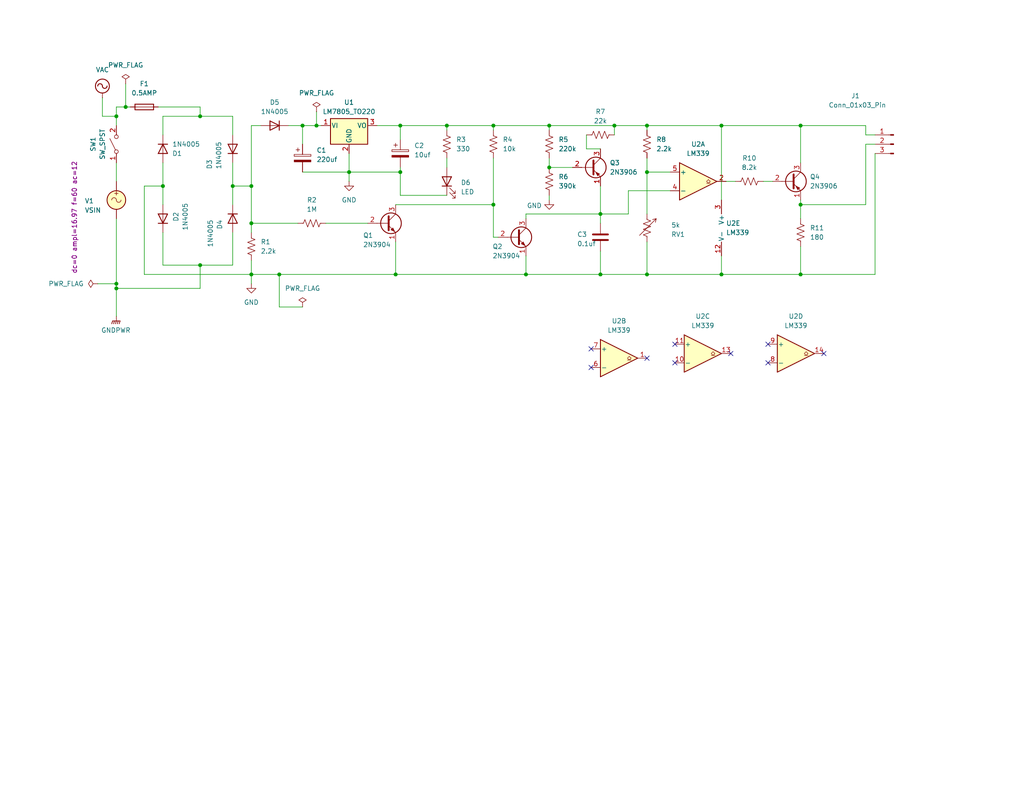
<source format=kicad_sch>
(kicad_sch (version 20250114) (generator "eeschema") (generator_version "9.0")
  (paper "USLetter")
  (title_block (title "CMPE2150 PWM Generator - mhe4") (date "2025-12-11") (rev "0") (company "NAIT CNT") (comment 1 "Mengning He"))
  (lib_symbols
    (symbol "Comparator:LM339" (pin_names (offset 0.127))
      (property "Reference" "U" (at 0 5.08 0))
      (property "Value" "LM339" (at 0 -5.08 0))
      (symbol "LM339_1_1"
        (polyline (pts (xy -5.08 5.08) (xy 5.08 0) (xy -5.08 -5.08) (xy -5.08 5.08)) (stroke (width 0.254)) (fill (type background)))
        (polyline (pts (xy 3.302 -0.508) (xy 2.794 -0.508) (xy 3.302 0) (xy 2.794 0.508) (xy 2.286 0) (xy 2.794 -0.508) (xy 2.286 -0.508)) (stroke (width 0.127)))
        (pin input line (at -7.62 2.54 0) (length 2.54) (name "+") (number "5"))
        (pin input line (at -7.62 -2.54 0) (length 2.54) (name "-") (number "4"))
        (pin open_collector line (at 7.62 0 180) (length 2.54) (name "~") (number "2"))
      )
      (symbol "LM339_2_1"
        (polyline (pts (xy -5.08 5.08) (xy 5.08 0) (xy -5.08 -5.08) (xy -5.08 5.08)) (stroke (width 0.254)) (fill (type background)))
        (polyline (pts (xy 3.302 -0.508) (xy 2.794 -0.508) (xy 3.302 0) (xy 2.794 0.508) (xy 2.286 0) (xy 2.794 -0.508) (xy 2.286 -0.508)) (stroke (width 0.127)))
        (pin input line (at -7.62 2.54 0) (length 2.54) (name "+") (number "7"))
        (pin input line (at -7.62 -2.54 0) (length 2.54) (name "-") (number "6"))
        (pin open_collector line (at 7.62 0 180) (length 2.54) (name "~") (number "1"))
      )
      (symbol "LM339_3_1"
        (polyline (pts (xy -5.08 5.08) (xy 5.08 0) (xy -5.08 -5.08) (xy -5.08 5.08)) (stroke (width 0.254)) (fill (type background)))
        (polyline (pts (xy 3.302 -0.508) (xy 2.794 -0.508) (xy 3.302 0) (xy 2.794 0.508) (xy 2.286 0) (xy 2.794 -0.508) (xy 2.286 -0.508)) (stroke (width 0.127)))
        (pin input line (at -7.62 2.54 0) (length 2.54) (name "+") (number "11"))
        (pin input line (at -7.62 -2.54 0) (length 2.54) (name "-") (number "10"))
        (pin open_collector line (at 7.62 0 180) (length 2.54) (name "~") (number "13"))
      )
      (symbol "LM339_4_1"
        (polyline (pts (xy -5.08 5.08) (xy 5.08 0) (xy -5.08 -5.08) (xy -5.08 5.08)) (stroke (width 0.254)) (fill (type background)))
        (polyline (pts (xy 3.302 -0.508) (xy 2.794 -0.508) (xy 3.302 0) (xy 2.794 0.508) (xy 2.286 0) (xy 2.794 -0.508) (xy 2.286 -0.508)) (stroke (width 0.127)))
        (pin input line (at -7.62 2.54 0) (length 2.54) (name "+") (number "9"))
        (pin input line (at -7.62 -2.54 0) (length 2.54) (name "-") (number "8"))
        (pin open_collector line (at 7.62 0 180) (length 2.54) (name "~") (number "14"))
      )
      (symbol "LM339_5_1"
        (pin power_in line (at -2.54 7.62 270) (length 3.81) (name "V+") (number "3"))
        (pin power_in line (at -2.54 -7.62 90) (length 3.81) (name "V-") (number "12"))
      )
    )
    (symbol "Connector:Conn_01x03_Pin" (pin_names (offset 1.016) (hide yes))
      (property "Reference" "J" (at 0 5.08 0))
      (property "Value" "Conn_01x03_Pin" (at 0 -5.08 0))
      (symbol "Conn_01x03_Pin_1_1"
        (rectangle (start 0.8636 2.667) (end 0 2.413) (stroke (width 0.1524)) (fill (type outline)))
        (rectangle (start 0.8636 0.127) (end 0 -0.127) (stroke (width 0.1524)) (fill (type outline)))
        (rectangle (start 0.8636 -2.413) (end 0 -2.667) (stroke (width 0.1524)) (fill (type outline)))
        (polyline (pts (xy 1.27 2.54) (xy 0.8636 2.54)) (stroke (width 0.1524)))
        (polyline (pts (xy 1.27 0) (xy 0.8636 0)) (stroke (width 0.1524)))
        (polyline (pts (xy 1.27 -2.54) (xy 0.8636 -2.54)) (stroke (width 0.1524)))
        (pin passive line (at 5.08 2.54 180) (length 3.81) (name "Pin_1") (number "1"))
        (pin passive line (at 5.08 0 180) (length 3.81) (name "Pin_2") (number "2"))
        (pin passive line (at 5.08 -2.54 180) (length 3.81) (name "Pin_3") (number "3"))
      )
    )
    (symbol "Device:C" (pin_numbers (hide yes)) (pin_names (offset 0.254))
      (property "Reference" "C" (at 0.635 2.54 0))
      (property "Value" "C" (at 0.635 -2.54 0))
      (symbol "C_0_1"
        (polyline (pts (xy -2.032 0.762) (xy 2.032 0.762)) (stroke (width 0.508)))
        (polyline (pts (xy -2.032 -0.762) (xy 2.032 -0.762)) (stroke (width 0.508)))
      )
      (symbol "C_1_1"
        (pin passive line (at 0 3.81 270) (length 2.794) (name "~") (number "1"))
        (pin passive line (at 0 -3.81 90) (length 2.794) (name "~") (number "2"))
      )
    )
    (symbol "Device:C_Polarized" (pin_numbers (hide yes)) (pin_names (offset 0.254))
      (property "Reference" "C" (at 0.635 2.54 0))
      (property "Value" "C_Polarized" (at 0.635 -2.54 0))
      (symbol "C_Polarized_0_1"
        (rectangle (start -2.286 0.508) (end 2.286 1.016))
        (polyline (pts (xy -1.778 2.286) (xy -0.762 2.286)))
        (polyline (pts (xy -1.27 2.794) (xy -1.27 1.778)))
        (rectangle (start 2.286 -0.508) (end -2.286 -1.016) (fill (type outline)))
      )
      (symbol "C_Polarized_1_1"
        (pin passive line (at 0 3.81 270) (length 2.794) (name "~") (number "1"))
        (pin passive line (at 0 -3.81 90) (length 2.794) (name "~") (number "2"))
      )
    )
    (symbol "Device:Fuse" (pin_numbers (hide yes)) (pin_names (offset 0))
      (property "Reference" "F" (at 2.032 0 90))
      (property "Value" "Fuse" (at -1.905 0 90))
      (symbol "Fuse_0_1"
        (rectangle (start -0.762 -2.54) (end 0.762 2.54) (stroke (width 0.254)))
        (polyline (pts (xy 0 2.54) (xy 0 -2.54)))
      )
      (symbol "Fuse_1_1"
        (pin passive line (at 0 3.81 270) (length 1.27) (name "~") (number "1"))
        (pin passive line (at 0 -3.81 90) (length 1.27) (name "~") (number "2"))
      )
    )
    (symbol "Device:LED" (pin_numbers (hide yes)) (pin_names (offset 1.016) (hide yes))
      (property "Reference" "D" (at 0 2.54 0))
      (property "Value" "LED" (at 0 -2.54 0))
      (symbol "LED_0_1"
        (polyline (pts (xy -3.048 -0.762) (xy -4.572 -2.286) (xy -3.81 -2.286) (xy -4.572 -2.286) (xy -4.572 -1.524)))
        (polyline (pts (xy -1.778 -0.762) (xy -3.302 -2.286) (xy -2.54 -2.286) (xy -3.302 -2.286) (xy -3.302 -1.524)))
        (polyline (pts (xy -1.27 0) (xy 1.27 0)))
        (polyline (pts (xy -1.27 -1.27) (xy -1.27 1.27)) (stroke (width 0.254)))
        (polyline (pts (xy 1.27 -1.27) (xy 1.27 1.27) (xy -1.27 0) (xy 1.27 -1.27)) (stroke (width 0.254)))
      )
      (symbol "LED_1_1"
        (pin passive line (at -3.81 0 0) (length 2.54) (name "K") (number "1"))
        (pin passive line (at 3.81 0 180) (length 2.54) (name "A") (number "2"))
      )
    )
    (symbol "Device:R_US" (pin_numbers (hide yes)) (pin_names (offset 0))
      (property "Reference" "R" (at 2.54 0 90))
      (property "Value" "R_US" (at -2.54 0 90))
      (symbol "R_US_0_1"
        (polyline (pts (xy 0 2.286) (xy 0 2.54)))
        (polyline (pts (xy 0 2.286) (xy 1.016 1.905) (xy 0 1.524) (xy -1.016 1.143) (xy 0 0.762)))
        (polyline (pts (xy 0 0.762) (xy 1.016 0.381) (xy 0 0) (xy -1.016 -0.381) (xy 0 -0.762)))
        (polyline (pts (xy 0 -0.762) (xy 1.016 -1.143) (xy 0 -1.524) (xy -1.016 -1.905) (xy 0 -2.286)))
        (polyline (pts (xy 0 -2.286) (xy 0 -2.54)))
      )
      (symbol "R_US_1_1"
        (pin passive line (at 0 3.81 270) (length 1.27) (name "~") (number "1"))
        (pin passive line (at 0 -3.81 90) (length 1.27) (name "~") (number "2"))
      )
    )
    (symbol "Device:R_Variable_US" (pin_numbers (hide yes)) (pin_names (offset 0))
      (property "Reference" "R" (at 2.54 -2.54 90))
      (property "Value" "R_Variable_US" (at -2.54 -1.27 90))
      (symbol "R_Variable_US_0_1"
        (polyline (pts (xy 0 2.286) (xy 0 2.54)))
        (polyline (pts (xy 0 2.286) (xy 1.016 1.905) (xy 0 1.524) (xy -1.016 1.143) (xy 0 0.762)) (stroke (width 0.1524)))
        (polyline (pts (xy 0 0.762) (xy 1.016 0.381) (xy 0 0) (xy -1.016 -0.381) (xy 0 -0.762)))
        (polyline (pts (xy 0 -0.762) (xy 1.016 -1.143) (xy 0 -1.524) (xy -1.016 -1.905) (xy 0 -2.286)))
        (polyline (pts (xy 0 -2.286) (xy 0 -2.54)))
        (polyline (pts (xy 2.286 1.524) (xy 2.54 2.54) (xy 1.524 2.286) (xy 2.54 2.54) (xy -2.032 -2.032)) (stroke (width 0.1524)))
      )
      (symbol "R_Variable_US_1_1"
        (pin passive line (at 0 3.81 270) (length 1.27) (name "~") (number "1"))
        (pin passive line (at 0 -3.81 90) (length 1.27) (name "~") (number "2"))
      )
    )
    (symbol "Diode:1N4005" (pin_numbers (hide yes)) (pin_names (hide yes))
      (property "Reference" "D" (at 0 2.54 0))
      (property "Value" "1N4005" (at 0 -2.54 0))
      (symbol "1N4005_0_1"
        (polyline (pts (xy -1.27 1.27) (xy -1.27 -1.27)) (stroke (width 0.254)))
        (polyline (pts (xy 1.27 1.27) (xy 1.27 -1.27) (xy -1.27 0) (xy 1.27 1.27)) (stroke (width 0.254)))
        (polyline (pts (xy 1.27 0) (xy -1.27 0)))
      )
      (symbol "1N4005_1_1"
        (pin passive line (at -3.81 0 0) (length 2.54) (name "K") (number "1"))
        (pin passive line (at 3.81 0 180) (length 2.54) (name "A") (number "2"))
      )
    )
    (symbol "Regulator_Linear:LM7805_TO220" (pin_names (offset 0.254))
      (property "Reference" "U" (at -3.81 3.175 0))
      (property "Value" "LM7805_TO220" (at 0 3.175 0))
      (symbol "LM7805_TO220_0_1"
        (rectangle (start -5.08 1.905) (end 5.08 -5.08) (stroke (width 0.254)) (fill (type background)))
      )
      (symbol "LM7805_TO220_1_1"
        (pin power_in line (at -7.62 0 0) (length 2.54) (name "VI") (number "1"))
        (pin power_in line (at 0 -7.62 90) (length 2.54) (name "GND") (number "2"))
        (pin power_out line (at 7.62 0 180) (length 2.54) (name "VO") (number "3"))
      )
    )
    (symbol "Simulation_SPICE:VSIN" (pin_numbers (hide yes)) (pin_names (offset 0.0254))
      (property "Reference" "V" (at 2.54 2.54 0))
      (property "Value" "VSIN" (at 2.54 0 0))
      (property "Sim.Params" "dc=0 ampl=1 f=1k ac=1" (at 2.54 -2.54 0))
      (symbol "VSIN_0_0"
        (arc (start -1.27 0) (mid -0.635 0.6323) (end 0 0))
        (arc (start 1.27 0) (mid 0.635 -0.6323) (end 0 0))
        (text "+" (at 0 1.905 0) (effects (font (size 1.27 1.27))))
      )
      (symbol "VSIN_0_1"
        (circle (center 0 0) (radius 2.54) (stroke (width 0.254)) (fill (type background)))
      )
      (symbol "VSIN_1_1"
        (pin passive line (at 0 5.08 270) (length 2.54) (name "~") (number "1"))
        (pin passive line (at 0 -5.08 90) (length 2.54) (name "~") (number "2"))
      )
    )
    (symbol "Switch:SW_SPST" (pin_names (offset 0) (hide yes))
      (property "Reference" "SW" (at 0 3.175 0))
      (property "Value" "SW_SPST" (at 0 -2.54 0))
      (symbol "SW_SPST_0_0"
        (circle (center -2.032 0) (radius 0.508))
        (polyline (pts (xy -1.524 0.254) (xy 1.524 1.778)))
        (circle (center 2.032 0) (radius 0.508))
      )
      (symbol "SW_SPST_1_1"
        (pin passive line (at -5.08 0 0) (length 2.54) (name "A") (number "1"))
        (pin passive line (at 5.08 0 180) (length 2.54) (name "B") (number "2"))
      )
    )
    (symbol "Transistor_BJT:2N3904" (pin_names (offset 0) (hide yes))
      (property "Reference" "Q" (at 5.08 1.905 0))
      (property "Value" "2N3904" (at 5.08 0 0))
      (symbol "2N3904_0_1"
        (polyline (pts (xy -2.54 0) (xy 0.635 0)))
        (polyline (pts (xy 0.635 1.905) (xy 0.635 -1.905)) (stroke (width 0.508)))
        (circle (center 1.27 0) (radius 2.8194) (stroke (width 0.254)))
      )
      (symbol "2N3904_1_1"
        (polyline (pts (xy 0.635 0.635) (xy 2.54 2.54)))
        (polyline (pts (xy 0.635 -0.635) (xy 2.54 -2.54)))
        (polyline (pts (xy 1.27 -1.778) (xy 1.778 -1.27) (xy 2.286 -2.286) (xy 1.27 -1.778)) (fill (type outline)))
        (pin input line (at -5.08 0 0) (length 2.54) (name "B") (number "2"))
        (pin passive line (at 2.54 5.08 270) (length 2.54) (name "C") (number "3"))
        (pin passive line (at 2.54 -5.08 90) (length 2.54) (name "E") (number "1"))
      )
    )
    (symbol "Transistor_BJT:2N3906" (pin_names (offset 0) (hide yes))
      (property "Reference" "Q" (at 5.08 1.905 0))
      (property "Value" "2N3906" (at 5.08 0 0))
      (symbol "2N3906_0_1"
        (polyline (pts (xy -2.54 0) (xy 0.635 0)))
        (polyline (pts (xy 0.635 1.905) (xy 0.635 -1.905)) (stroke (width 0.508)))
        (polyline (pts (xy 0.635 0.635) (xy 2.54 2.54)))
        (polyline (pts (xy 0.635 -0.635) (xy 2.54 -2.54)))
        (circle (center 1.27 0) (radius 2.8194) (stroke (width 0.254)))
        (polyline (pts (xy 2.286 -1.778) (xy 1.778 -2.286) (xy 1.27 -1.27) (xy 2.286 -1.778)) (fill (type outline)))
      )
      (symbol "2N3906_1_1"
        (pin input line (at -5.08 0 0) (length 2.54) (name "B") (number "2"))
        (pin passive line (at 2.54 5.08 270) (length 2.54) (name "C") (number "3"))
        (pin passive line (at 2.54 -5.08 90) (length 2.54) (name "E") (number "1"))
      )
    )
    (symbol "power:GND" (power) (pin_numbers (hide yes)) (pin_names (offset 0) (hide yes))
      (property "Value" "GND" (at 0 -3.81 0))
      (symbol "GND_0_1"
        (polyline (pts (xy 0 0) (xy 0 -1.27) (xy 1.27 -1.27) (xy 0 -2.54) (xy -1.27 -1.27) (xy 0 -1.27)))
      )
      (symbol "GND_1_1"
        (pin power_in line (at 0 0 270) (length 0) (name "~") (number "1"))
      )
    )
    (symbol "power:GNDPWR" (power) (pin_numbers (hide yes)) (pin_names (offset 0) (hide yes))
      (property "Value" "GNDPWR" (at 0 -3.302 0))
      (symbol "GNDPWR_0_1"
        (polyline (pts (xy -1.016 -1.27) (xy -1.27 -2.032) (xy -1.27 -2.032)) (stroke (width 0.2032)))
        (polyline (pts (xy -0.508 -1.27) (xy -0.762 -2.032) (xy -0.762 -2.032)) (stroke (width 0.2032)))
        (polyline (pts (xy 0 -1.27) (xy 0 0)))
        (polyline (pts (xy 0 -1.27) (xy -0.254 -2.032) (xy -0.254 -2.032)) (stroke (width 0.2032)))
        (polyline (pts (xy 0.508 -1.27) (xy 0.254 -2.032) (xy 0.254 -2.032)) (stroke (width 0.2032)))
        (polyline (pts (xy 1.016 -1.27) (xy -1.016 -1.27) (xy -1.016 -1.27)) (stroke (width 0.2032)))
        (polyline (pts (xy 1.016 -1.27) (xy 0.762 -2.032) (xy 0.762 -2.032) (xy 0.762 -2.032)) (stroke (width 0.2032)))
      )
      (symbol "GNDPWR_1_1"
        (pin power_in line (at 0 0 270) (length 0) (name "~") (number "1"))
      )
    )
    (symbol "power:PWR_FLAG" (power) (pin_numbers (hide yes)) (pin_names (offset 0) (hide yes))
      (property "Value" "PWR_FLAG" (at 0 3.81 0))
      (symbol "PWR_FLAG_0_0"
        (pin power_out line (at 0 0 90) (length 0) (name "~") (number "1"))
      )
      (symbol "PWR_FLAG_0_1"
        (polyline (pts (xy 0 0) (xy 0 1.27) (xy -1.016 1.905) (xy 0 2.54) (xy 1.016 1.905) (xy 0 1.27)))
      )
    )
    (symbol "power:VAC" (power) (pin_numbers (hide yes)) (pin_names (offset 0) (hide yes))
      (property "Value" "VAC" (at 0 6.35 0))
      (symbol "VAC_0_1"
        (arc (start -1.27 3.175) (mid -0.635 3.8073) (end 0 3.175) (stroke (width 0.254)))
        (circle (center 0 3.175) (radius 1.905) (stroke (width 0.254)))
        (polyline (pts (xy 0 0) (xy 0 1.27)))
        (arc (start 1.27 3.175) (mid 0.635 2.5427) (end 0 3.175) (stroke (width 0.254)))
      )
      (symbol "VAC_1_1"
        (pin power_in line (at 0 0 90) (length 0) (name "~") (number "1"))
      )
    )
  )
  (junction (at 86.36 34.29))
  (junction (at 54.61 72.39))
  (junction (at 68.58 60.96))
  (junction (at 31.75 78.74))
  (junction (at 176.53 46.99))
  (junction (at 134.62 34.29))
  (junction (at 76.2 74.93))
  (junction (at 196.85 74.93))
  (junction (at 109.22 34.29))
  (junction (at 196.85 34.29))
  (junction (at 31.75 31.75))
  (junction (at 107.95 74.93))
  (junction (at 95.25 46.99))
  (junction (at 163.83 58.42))
  (junction (at 34.29 29.21))
  (junction (at 109.22 46.99))
  (junction (at 176.53 34.29))
  (junction (at 176.53 74.93))
  (junction (at 134.62 55.88))
  (junction (at 218.44 74.93))
  (junction (at 63.5 50.8))
  (junction (at 149.86 34.29))
  (junction (at 82.55 34.29))
  (junction (at 44.45 50.8))
  (junction (at 149.86 45.72))
  (junction (at 167.64 34.29))
  (junction (at 68.58 50.8))
  (junction (at 31.75 77.47))
  (junction (at 68.58 74.93))
  (junction (at 218.44 55.88))
  (junction (at 54.61 31.75))
  (junction (at 143.51 74.93))
  (junction (at 163.83 74.93))
  (junction (at 121.92 34.29))
  (junction (at 218.44 34.29))
  (no_connect (at 184.15 99.06))
  (no_connect (at 161.29 95.25))
  (no_connect (at 184.15 93.98))
  (no_connect (at 209.55 99.06))
  (no_connect (at 176.53 97.79))
  (no_connect (at 199.39 96.52))
  (no_connect (at 161.29 100.33))
  (no_connect (at 224.79 96.52))
  (no_connect (at 209.55 93.98))
  (wire (pts (xy 167.64 34.29) (xy 176.53 34.29)))
  (wire (pts (xy 196.85 34.29) (xy 218.44 34.29)))
  (wire (pts (xy 109.22 46.99) (xy 109.22 45.72)))
  (wire (pts (xy 236.22 36.83) (xy 236.22 34.29)))
  (wire (pts (xy 238.76 36.83) (xy 236.22 36.83)))
  (wire (pts (xy 143.51 58.42) (xy 163.83 58.42)))
  (wire (pts (xy 44.45 31.75) (xy 54.61 31.75)))
  (wire (pts (xy 196.85 74.93) (xy 218.44 74.93)))
  (wire (pts (xy 135.89 64.77) (xy 134.62 64.77)))
  (wire (pts (xy 78.74 34.29) (xy 82.55 34.29)))
  (wire (pts (xy 27.94 26.67) (xy 27.94 31.75)))
  (wire (pts (xy 149.86 35.56) (xy 149.86 34.29)))
  (wire (pts (xy 86.36 34.29) (xy 87.63 34.29)))
  (wire (pts (xy 54.61 72.39) (xy 63.5 72.39)))
  (wire (pts (xy 163.83 40.64) (xy 160.02 40.64)))
  (wire (pts (xy 31.75 29.21) (xy 34.29 29.21)))
  (wire (pts (xy 88.9 60.96) (xy 100.33 60.96)))
  (wire (pts (xy 68.58 71.12) (xy 68.58 74.93)))
  (wire (pts (xy 163.83 58.42) (xy 163.83 60.96)))
  (wire (pts (xy 68.58 74.93) (xy 68.58 77.47)))
  (wire (pts (xy 176.53 66.04) (xy 176.53 74.93)))
  (wire (pts (xy 82.55 83.82) (xy 76.2 83.82)))
  (wire (pts (xy 171.45 52.07) (xy 171.45 58.42)))
  (wire (pts (xy 134.62 34.29) (xy 121.92 34.29)))
  (wire (pts (xy 167.64 34.29) (xy 167.64 36.83)))
  (wire (pts (xy 218.44 54.61) (xy 218.44 55.88)))
  (wire (pts (xy 163.83 74.93) (xy 143.51 74.93)))
  (wire (pts (xy 81.28 60.96) (xy 68.58 60.96)))
  (wire (pts (xy 156.21 45.72) (xy 149.86 45.72)))
  (wire (pts (xy 134.62 64.77) (xy 134.62 55.88)))
  (wire (pts (xy 134.62 35.56) (xy 134.62 34.29)))
  (wire (pts (xy 44.45 44.45) (xy 44.45 50.8)))
  (wire (pts (xy 196.85 69.85) (xy 196.85 74.93)))
  (wire (pts (xy 31.75 34.29) (xy 31.75 31.75)))
  (wire (pts (xy 107.95 74.93) (xy 143.51 74.93)))
  (wire (pts (xy 95.25 41.91) (xy 95.25 46.99)))
  (wire (pts (xy 196.85 34.29) (xy 196.85 54.61)))
  (wire (pts (xy 68.58 34.29) (xy 68.58 50.8)))
  (wire (pts (xy 143.51 59.69) (xy 143.51 58.42)))
  (wire (pts (xy 39.37 74.93) (xy 68.58 74.93)))
  (wire (pts (xy 54.61 31.75) (xy 63.5 31.75)))
  (wire (pts (xy 39.37 50.8) (xy 39.37 74.93)))
  (wire (pts (xy 31.75 78.74) (xy 54.61 78.74)))
  (wire (pts (xy 182.88 52.07) (xy 171.45 52.07)))
  (wire (pts (xy 54.61 29.21) (xy 54.61 31.75)))
  (wire (pts (xy 143.51 69.85) (xy 143.51 74.93)))
  (wire (pts (xy 44.45 50.8) (xy 44.45 55.88)))
  (wire (pts (xy 218.44 55.88) (xy 218.44 59.69)))
  (wire (pts (xy 109.22 53.34) (xy 109.22 46.99)))
  (wire (pts (xy 149.86 43.18) (xy 149.86 45.72)))
  (wire (pts (xy 107.95 66.04) (xy 107.95 74.93)))
  (wire (pts (xy 86.36 30.48) (xy 86.36 34.29)))
  (wire (pts (xy 218.44 34.29) (xy 218.44 44.45)))
  (wire (pts (xy 218.44 67.31) (xy 218.44 74.93)))
  (wire (pts (xy 236.22 39.37) (xy 236.22 55.88)))
  (wire (pts (xy 121.92 43.18) (xy 121.92 45.72)))
  (wire (pts (xy 176.53 46.99) (xy 182.88 46.99)))
  (wire (pts (xy 44.45 36.83) (xy 44.45 31.75)))
  (wire (pts (xy 31.75 59.69) (xy 31.75 77.47)))
  (wire (pts (xy 163.83 68.58) (xy 163.83 74.93)))
  (wire (pts (xy 134.62 43.18) (xy 134.62 55.88)))
  (wire (pts (xy 109.22 34.29) (xy 121.92 34.29)))
  (wire (pts (xy 76.2 74.93) (xy 68.58 74.93)))
  (wire (pts (xy 160.02 40.64) (xy 160.02 36.83)))
  (wire (pts (xy 63.5 50.8) (xy 68.58 50.8)))
  (wire (pts (xy 163.83 50.8) (xy 163.83 58.42)))
  (wire (pts (xy 31.75 31.75) (xy 31.75 29.21)))
  (wire (pts (xy 176.53 74.93) (xy 196.85 74.93)))
  (wire (pts (xy 109.22 34.29) (xy 102.87 34.29)))
  (wire (pts (xy 34.29 29.21) (xy 35.56 29.21)))
  (wire (pts (xy 238.76 74.93) (xy 218.44 74.93)))
  (wire (pts (xy 44.45 50.8) (xy 39.37 50.8)))
  (wire (pts (xy 95.25 46.99) (xy 95.25 49.53)))
  (wire (pts (xy 44.45 72.39) (xy 54.61 72.39)))
  (wire (pts (xy 63.5 50.8) (xy 63.5 55.88)))
  (wire (pts (xy 68.58 50.8) (xy 68.58 60.96)))
  (wire (pts (xy 218.44 34.29) (xy 236.22 34.29)))
  (wire (pts (xy 236.22 55.88) (xy 218.44 55.88)))
  (wire (pts (xy 63.5 44.45) (xy 63.5 50.8)))
  (wire (pts (xy 134.62 55.88) (xy 107.95 55.88)))
  (wire (pts (xy 82.55 46.99) (xy 95.25 46.99)))
  (wire (pts (xy 76.2 83.82) (xy 76.2 74.93)))
  (wire (pts (xy 121.92 34.29) (xy 121.92 35.56)))
  (wire (pts (xy 26.67 77.47) (xy 31.75 77.47)))
  (wire (pts (xy 176.53 35.56) (xy 176.53 34.29)))
  (wire (pts (xy 44.45 63.5) (xy 44.45 72.39)))
  (wire (pts (xy 31.75 78.74) (xy 31.75 86.36)))
  (wire (pts (xy 171.45 58.42) (xy 163.83 58.42)))
  (wire (pts (xy 198.12 49.53) (xy 200.66 49.53)))
  (wire (pts (xy 176.53 43.18) (xy 176.53 46.99)))
  (wire (pts (xy 208.28 49.53) (xy 210.82 49.53)))
  (wire (pts (xy 238.76 39.37) (xy 236.22 39.37)))
  (wire (pts (xy 43.18 29.21) (xy 54.61 29.21)))
  (wire (pts (xy 238.76 41.91) (xy 238.76 74.93)))
  (wire (pts (xy 107.95 74.93) (xy 76.2 74.93)))
  (wire (pts (xy 27.94 31.75) (xy 31.75 31.75)))
  (wire (pts (xy 82.55 34.29) (xy 86.36 34.29)))
  (wire (pts (xy 134.62 34.29) (xy 149.86 34.29)))
  (wire (pts (xy 63.5 31.75) (xy 63.5 36.83)))
  (wire (pts (xy 176.53 46.99) (xy 176.53 58.42)))
  (wire (pts (xy 82.55 34.29) (xy 82.55 39.37)))
  (wire (pts (xy 63.5 72.39) (xy 63.5 63.5)))
  (wire (pts (xy 149.86 34.29) (xy 167.64 34.29)))
  (wire (pts (xy 109.22 38.1) (xy 109.22 34.29)))
  (wire (pts (xy 121.92 53.34) (xy 109.22 53.34)))
  (wire (pts (xy 176.53 34.29) (xy 196.85 34.29)))
  (wire (pts (xy 54.61 78.74) (xy 54.61 72.39)))
  (wire (pts (xy 163.83 74.93) (xy 176.53 74.93)))
  (wire (pts (xy 149.86 53.34) (xy 149.86 54.61)))
  (wire (pts (xy 31.75 44.45) (xy 31.75 49.53)))
  (wire (pts (xy 68.58 60.96) (xy 68.58 63.5)))
  (wire (pts (xy 71.12 34.29) (xy 68.58 34.29)))
  (wire (pts (xy 95.25 46.99) (xy 109.22 46.99)))
  (wire (pts (xy 34.29 22.86) (xy 34.29 29.21)))
  (wire (pts (xy 31.75 77.47) (xy 31.75 78.74)))
  (symbol (lib_id "Device:R_US") (at 218.44 63.5 0) (unit 1)
    (property "Reference" "R11" (at 220.98 62.2299 0) (effects (justify left)))
    (property "Value" "180" (at 220.98 64.7699 0) (effects (justify left)))
    (property "Description" "Resistor" (effects (hide yes)))
  )
  (symbol (lib_id "power:PWR_FLAG") (at 26.67 77.47 90) (unit 1)
    (property "Reference" "#FLG02" (effects (hide yes)))
    (property "Value" "PWR_FLAG" (at 22.86 77.4699 90) (effects (justify left)))
    (property "Description" "Special symbol for telling ERC where power comes from" (effects (hide yes)))
  )
  (symbol (lib_id "power:VAC") (at 27.94 26.67 0) (unit 1)
    (property "Reference" "#PWR05" (effects (hide yes)))
    (property "Value" "VAC" (at 27.94 19.05 0))
    (property "Description" "Power symbol creates a global label with name \"VAC\"" (effects (hide yes)))
  )
  (symbol (lib_id "Connector:Conn_01x03_Pin") (at 243.84 39.37 0) (mirror y) (unit 1)
    (property "Reference" "J1" (at 233.426 26.162 0))
    (property "Value" "Conn_01x03_Pin" (at 233.934 28.702 0))
    (property "Description" "Generic connector, single row, 01x03, script generated" (effects (hide yes)))
  )
  (symbol (lib_id "Transistor_BJT:2N3904") (at 105.41 60.96 0) (unit 1)
    (property "Reference" "Q1" (at 99.06 64.262 0) (effects (justify left)))
    (property "Value" "2N3904" (at 99.06 66.802 0) (effects (justify left)))
    (property "Footprint" "Package_TO_SOT_THT:TO-92_Inline" (effects (hide yes)))
    (property "Datasheet" "https://www.onsemi.com/pub/Collateral/2N3903-D.PDF" (effects (hide yes)))
    (property "Description" "0.2A Ic, 40V Vce, Small Signal NPN Transistor, TO-92" (effects (hide yes)))
  )
  (symbol (lib_id "Device:R_US") (at 134.62 39.37 0) (unit 1)
    (property "Reference" "R4" (at 137.16 38.0999 0) (effects (justify left)))
    (property "Value" "10k" (at 137.16 40.6399 0) (effects (justify left)))
    (property "Description" "Resistor" (effects (hide yes)))
  )
  (symbol (lib_id "power:PWR_FLAG") (at 82.55 83.82 0) (unit 1)
    (property "Reference" "#FLG04" (effects (hide yes)))
    (property "Value" "PWR_FLAG" (at 82.55 78.74 0))
    (property "Description" "Special symbol for telling ERC where power comes from" (effects (hide yes)))
  )
  (symbol (lib_id "Diode:1N4005") (at 63.5 40.64 90) (unit 1)
    (property "Reference" "D3" (at 57.15 46.228 0) (effects (justify left)))
    (property "Value" "1N4005" (at 59.69 46.228 0) (effects (justify left)))
    (property "Footprint" "Diode_THT:D_DO-41_SOD81_P10.16mm_Horizontal" (effects (hide yes)))
    (property "Datasheet" "http://www.vishay.com/docs/88503/1n4001.pdf" (effects (hide yes)))
    (property "Description" "600V 1A General Purpose Rectifier Diode, DO-41" (effects (hide yes)))
    (property "Sim.Device" "D" (effects (hide yes)))
    (property "Sim.Pins" "1=K 2=A" (effects (hide yes)))
  )
  (symbol (lib_id "Device:R_US") (at 149.86 49.53 0) (unit 1)
    (property "Reference" "R6" (at 152.4 48.2599 0) (effects (justify left)))
    (property "Value" "390k" (at 152.4 50.7999 0) (effects (justify left)))
    (property "Description" "Resistor" (effects (hide yes)))
  )
  (symbol (lib_id "Device:C_Polarized") (at 109.22 41.91 0) (unit 1)
    (property "Reference" "C2" (at 113.03 39.7509 0) (effects (justify left)))
    (property "Value" "10uf" (at 113.03 42.2909 0) (effects (justify left)))
    (property "Description" "Polarized capacitor" (effects (hide yes)))
  )
  (symbol (lib_id "Diode:1N4005") (at 63.5 59.69 90) (mirror x) (unit 1)
    (property "Reference" "D4" (at 59.944 59.944 0) (effects (justify left)))
    (property "Value" "1N4005" (at 57.404 59.944 0) (effects (justify left)))
    (property "Footprint" "Diode_THT:D_DO-41_SOD81_P10.16mm_Horizontal" (effects (hide yes)))
    (property "Datasheet" "http://www.vishay.com/docs/88503/1n4001.pdf" (effects (hide yes)))
    (property "Description" "600V 1A General Purpose Rectifier Diode, DO-41" (effects (hide yes)))
    (property "Sim.Device" "D" (effects (hide yes)))
    (property "Sim.Pins" "1=K 2=A" (effects (hide yes)))
  )
  (symbol (lib_id "Device:R_US") (at 204.47 49.53 90) (unit 1)
    (property "Reference" "R10" (at 204.47 43.18 90))
    (property "Value" "8.2k" (at 204.47 45.72 90))
    (property "Description" "Resistor" (effects (hide yes)))
  )
  (symbol (lib_id "Device:R_US") (at 121.92 39.37 0) (unit 1)
    (property "Reference" "R3" (at 124.46 38.0999 0) (effects (justify left)))
    (property "Value" "330" (at 124.46 40.6399 0) (effects (justify left)))
    (property "Description" "Resistor" (effects (hide yes)))
  )
  (symbol (lib_id "power:GND") (at 149.86 54.61 0) (unit 1)
    (property "Reference" "#PWR04" (effects (hide yes)))
    (property "Value" "GND" (at 145.796 56.134 0))
    (property "Description" "Power symbol creates a global label with name \"GND\" , ground" (effects (hide yes)))
  )
  (symbol (lib_id "Transistor_BJT:2N3906") (at 215.9 49.53 0) (unit 1)
    (property "Reference" "Q4" (at 220.98 48.2599 0) (effects (justify left)))
    (property "Value" "2N3906" (at 220.98 50.7999 0) (effects (justify left)))
    (property "Footprint" "Package_TO_SOT_THT:TO-92_Inline" (effects (hide yes)))
    (property "Datasheet" "https://www.onsemi.com/pub/Collateral/2N3906-D.PDF" (effects (hide yes)))
    (property "Description" "-0.2A Ic, -40V Vce, Small Signal PNP Transistor, TO-92" (effects (hide yes)))
  )
  (symbol (lib_id "Device:R_US") (at 149.86 39.37 0) (unit 1)
    (property "Reference" "R5" (at 152.4 38.0999 0) (effects (justify left)))
    (property "Value" "220k" (at 152.4 40.6399 0) (effects (justify left)))
    (property "Description" "Resistor" (effects (hide yes)))
  )
  (symbol (lib_id "Switch:SW_SPST") (at 31.75 39.37 90) (unit 1)
    (property "Reference" "SW1" (at 25.4 39.37 0))
    (property "Value" "SW_SPST" (at 27.94 39.37 0))
    (property "Description" "Single Pole Single Throw (SPST) switch" (effects (hide yes)))
  )
  (symbol (lib_id "Comparator:LM339") (at 199.39 62.23 0) (unit 5)
    (property "Reference" "U2" (at 198.12 60.9599 0) (effects (justify left)))
    (property "Value" "LM339" (at 198.12 63.4999 0) (effects (justify left)))
    (property "Datasheet" "https://www.st.com/resource/en/datasheet/lm139.pdf" (effects (hide yes)))
    (property "Description" "Quad Differential Comparators, SOIC-14/TSSOP-14" (effects (hide yes)))
  )
  (symbol (lib_id "Comparator:LM339") (at 190.5 49.53 0) (unit 1)
    (property "Reference" "U2" (at 190.5 39.37 0))
    (property "Value" "LM339" (at 190.5 41.91 0))
    (property "Datasheet" "https://www.st.com/resource/en/datasheet/lm139.pdf" (effects (hide yes)))
    (property "Description" "Quad Differential Comparators, SOIC-14/TSSOP-14" (effects (hide yes)))
  )
  (symbol (lib_id "Comparator:LM339") (at 191.77 96.52 0) (unit 3)
    (property "Reference" "U2" (at 191.77 86.36 0))
    (property "Value" "LM339" (at 191.77 88.9 0))
    (property "Datasheet" "https://www.st.com/resource/en/datasheet/lm139.pdf" (effects (hide yes)))
    (property "Description" "Quad Differential Comparators, SOIC-14/TSSOP-14" (effects (hide yes)))
  )
  (symbol (lib_id "Comparator:LM339") (at 217.17 96.52 0) (unit 4)
    (property "Reference" "U2" (at 217.17 86.36 0))
    (property "Value" "LM339" (at 217.17 88.9 0))
    (property "Datasheet" "https://www.st.com/resource/en/datasheet/lm139.pdf" (effects (hide yes)))
    (property "Description" "Quad Differential Comparators, SOIC-14/TSSOP-14" (effects (hide yes)))
  )
  (symbol (lib_id "Comparator:LM339") (at 168.91 97.79 0) (unit 2)
    (property "Reference" "U2" (at 168.91 87.63 0))
    (property "Value" "LM339" (at 168.91 90.17 0))
    (property "Datasheet" "https://www.st.com/resource/en/datasheet/lm139.pdf" (effects (hide yes)))
    (property "Description" "Quad Differential Comparators, SOIC-14/TSSOP-14" (effects (hide yes)))
  )
  (symbol (lib_id "power:GND") (at 68.58 77.47 0) (unit 1)
    (property "Reference" "#PWR03" (effects (hide yes)))
    (property "Value" "GND" (at 68.58 82.55 0))
    (property "Description" "Power symbol creates a global label with name \"GND\" , ground" (effects (hide yes)))
  )
  (symbol (lib_id "Device:R_US") (at 85.09 60.96 90) (unit 1)
    (property "Reference" "R2" (at 85.09 54.61 90))
    (property "Value" "1M" (at 85.09 57.15 90))
    (property "Description" "Resistor" (effects (hide yes)))
  )
  (symbol (lib_id "power:PWR_FLAG") (at 86.36 30.48 0) (unit 1)
    (property "Reference" "#FLG05" (effects (hide yes)))
    (property "Value" "PWR_FLAG" (at 86.36 25.4 0))
    (property "Description" "Special symbol for telling ERC where power comes from" (effects (hide yes)))
  )
  (symbol (lib_id "power:GND") (at 95.25 49.53 0) (unit 1)
    (property "Reference" "#PWR02" (effects (hide yes)))
    (property "Value" "GND" (at 95.25 54.61 0))
    (property "Description" "Power symbol creates a global label with name \"GND\" , ground" (effects (hide yes)))
  )
  (symbol (lib_id "Device:LED") (at 121.92 49.53 90) (unit 1)
    (property "Reference" "D6" (at 125.73 49.8474 90) (effects (justify right)))
    (property "Value" "LED" (at 125.73 52.3874 90) (effects (justify right)))
    (property "Description" "Light emitting diode" (effects (hide yes)))
    (property "Sim.Pins" "1=K 2=A" (effects (hide yes)))
  )
  (symbol (lib_id "Device:R_Variable_US") (at 176.53 62.23 0) (unit 1)
    (property "Reference" "RV1" (at 183.134 64.008 0) (effects (justify left)))
    (property "Value" "5k" (at 183.134 61.468 0) (effects (justify left)))
    (property "Description" "Potentiometer" (effects (hide yes)))
  )
  (symbol (lib_id "Device:Fuse") (at 39.37 29.21 90) (unit 1)
    (property "Reference" "F1" (at 39.37 22.86 90))
    (property "Value" "0.5AMP" (at 39.37 25.4 90))
    (property "Description" "Fuse" (effects (hide yes)))
  )
  (symbol (lib_id "Diode:1N4005") (at 74.93 34.29 0) (mirror y) (unit 1)
    (property "Reference" "D5" (at 74.93 27.94 0))
    (property "Value" "1N4005" (at 74.93 30.48 0))
    (property "Footprint" "Diode_THT:D_DO-41_SOD81_P10.16mm_Horizontal" (effects (hide yes)))
    (property "Datasheet" "http://www.vishay.com/docs/88503/1n4001.pdf" (effects (hide yes)))
    (property "Description" "600V 1A General Purpose Rectifier Diode, DO-41" (effects (hide yes)))
    (property "Sim.Device" "D" (effects (hide yes)))
    (property "Sim.Pins" "1=K 2=A" (effects (hide yes)))
  )
  (symbol (lib_id "Transistor_BJT:2N3904") (at 140.97 64.77 0) (unit 1)
    (property "Reference" "Q2" (at 134.366 67.31 0) (effects (justify left)))
    (property "Value" "2N3904" (at 134.366 69.85 0) (effects (justify left)))
    (property "Footprint" "Package_TO_SOT_THT:TO-92_Inline" (effects (hide yes)))
    (property "Datasheet" "https://www.onsemi.com/pub/Collateral/2N3903-D.PDF" (effects (hide yes)))
    (property "Description" "0.2A Ic, 40V Vce, Small Signal NPN Transistor, TO-92" (effects (hide yes)))
  )
  (symbol (lib_id "Device:C") (at 163.83 64.77 0) (unit 1)
    (property "Reference" "C3" (at 157.48 64.008 0) (effects (justify left)))
    (property "Value" "0.1uf" (at 157.48 66.548 0) (effects (justify left)))
    (property "Description" "Unpolarized capacitor" (effects (hide yes)))
  )
  (symbol (lib_id "Regulator_Linear:LM7805_TO220") (at 95.25 34.29 0) (unit 1)
    (property "Reference" "U1" (at 95.25 27.94 0))
    (property "Value" "LM7805_TO220" (at 95.25 30.48 0))
    (property "Footprint" "Package_TO_SOT_THT:TO-220-3_Vertical" (effects (hide yes)))
    (property "Datasheet" "https://www.onsemi.cn/PowerSolutions/document/MC7800-D.PDF" (effects (hide yes)))
    (property "Description" "Positive 1A 35V Linear Regulator, Fixed Output 5V, TO-220" (effects (hide yes)))
  )
  (symbol (lib_id "Device:R_US") (at 68.58 67.31 0) (unit 1)
    (property "Reference" "R1" (at 71.12 66.0399 0) (effects (justify left)))
    (property "Value" "2.2k" (at 71.12 68.5799 0) (effects (justify left)))
    (property "Description" "Resistor" (effects (hide yes)))
  )
  (symbol (lib_id "power:PWR_FLAG") (at 34.29 22.86 0) (unit 1)
    (property "Reference" "#FLG01" (effects (hide yes)))
    (property "Value" "PWR_FLAG" (at 34.29 17.78 0))
    (property "Description" "Special symbol for telling ERC where power comes from" (effects (hide yes)))
  )
  (symbol (lib_id "Diode:1N4005") (at 44.45 40.64 90) (mirror x) (unit 1)
    (property "Reference" "D1" (at 46.99 41.9101 90) (effects (justify right)))
    (property "Value" "1N4005" (at 46.99 39.3701 90) (effects (justify right)))
    (property "Footprint" "Diode_THT:D_DO-41_SOD81_P10.16mm_Horizontal" (effects (hide yes)))
    (property "Datasheet" "http://www.vishay.com/docs/88503/1n4001.pdf" (effects (hide yes)))
    (property "Description" "600V 1A General Purpose Rectifier Diode, DO-41" (effects (hide yes)))
    (property "Sim.Device" "D" (effects (hide yes)))
    (property "Sim.Pins" "1=K 2=A" (effects (hide yes)))
  )
  (symbol (lib_id "Device:R_US") (at 163.83 36.83 90) (unit 1)
    (property "Reference" "R7" (at 163.83 30.48 90))
    (property "Value" "22k" (at 163.83 33.02 90))
    (property "Description" "Resistor" (effects (hide yes)))
  )
  (symbol (lib_id "power:GNDPWR") (at 31.75 86.36 0) (unit 1)
    (property "Reference" "#PWR06" (effects (hide yes)))
    (property "Value" "GNDPWR" (at 31.623 90.17 0))
    (property "Description" "Power symbol creates a global label with name \"GNDPWR\" , global ground" (effects (hide yes)))
  )
  (symbol (lib_id "Diode:1N4005") (at 44.45 59.69 90) (unit 1)
    (property "Reference" "D2" (at 48.006 59.182 0))
    (property "Value" "1N4005" (at 50.546 59.182 0))
    (property "Footprint" "Diode_THT:D_DO-41_SOD81_P10.16mm_Horizontal" (effects (hide yes)))
    (property "Datasheet" "http://www.vishay.com/docs/88503/1n4001.pdf" (effects (hide yes)))
    (property "Description" "600V 1A General Purpose Rectifier Diode, DO-41" (effects (hide yes)))
    (property "Sim.Device" "D" (effects (hide yes)))
    (property "Sim.Pins" "1=K 2=A" (effects (hide yes)))
  )
  (symbol (lib_id "Simulation_SPICE:VSIN") (at 31.75 54.61 0) (unit 1)
    (property "Reference" "V1" (at 23.114 54.864 0) (effects (justify left)))
    (property "Value" "VSIN" (at 23.114 57.404 0) (effects (justify left)))
    (property "Datasheet" "https://ngspice.sourceforge.io/docs/ngspice-html-manual/manual.xhtml#sec_Independent_Sources_for" (effects (hide yes)))
    (property "Description" "Voltage source, sinusoidal" (effects (hide yes)))
    (property "Sim.Pins" "1=+ 2=-" (effects (hide yes)))
    (property "Sim.Params" "dc=0 ampl=16.97 f=60 ac=12" (at 20.32 74.676 90) (effects (justify left)))
    (property "Sim.Type" "SIN" (effects (hide yes)))
    (property "Sim.Device" "V" (effects (hide yes)))
  )
  (symbol (lib_id "Device:R_US") (at 176.53 39.37 0) (unit 1)
    (property "Reference" "R8" (at 179.07 38.0999 0) (effects (justify left)))
    (property "Value" "2.2k" (at 179.07 40.6399 0) (effects (justify left)))
    (property "Description" "Resistor" (effects (hide yes)))
  )
  (symbol (lib_id "Device:C_Polarized") (at 82.55 43.18 0) (unit 1)
    (property "Reference" "C1" (at 86.36 41.0209 0) (effects (justify left)))
    (property "Value" "220uf" (at 86.36 43.5609 0) (effects (justify left)))
    (property "Description" "Polarized capacitor" (effects (hide yes)))
  )
  (symbol (lib_id "Transistor_BJT:2N3906") (at 161.29 45.72 0) (unit 1)
    (property "Reference" "Q3" (at 166.37 44.4499 0) (effects (justify left)))
    (property "Value" "2N3906" (at 166.37 46.9899 0) (effects (justify left)))
    (property "Footprint" "Package_TO_SOT_THT:TO-92_Inline" (effects (hide yes)))
    (property "Datasheet" "https://www.onsemi.com/pub/Collateral/2N3906-D.PDF" (effects (hide yes)))
    (property "Description" "-0.2A Ic, -40V Vce, Small Signal PNP Transistor, TO-92" (effects (hide yes)))
  )
)
</source>
